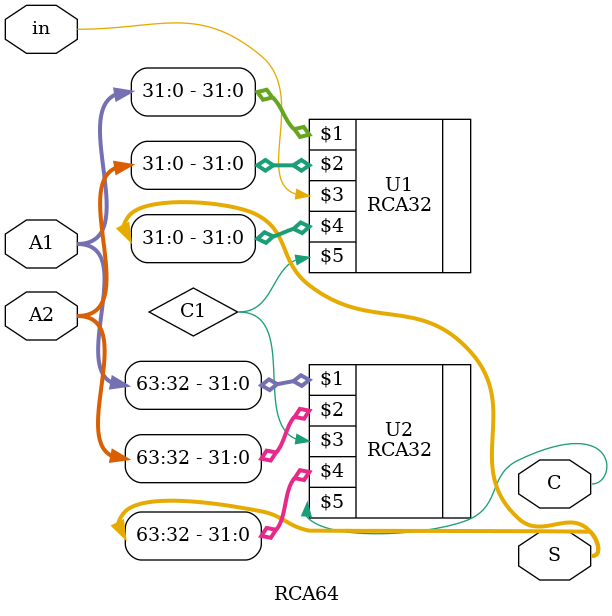
<source format=v>
`timescale 1ns / 1ps
module RCA64(A1,A2,in,S,C);
//Ripple Carry Adder
    //Inputs
    input [63:0] A1;
    input [63:0] A2;
	 input in;
    //Outputs
    output [63:0] S;
    output C;
    
    //Connecting the Full Adder Components
    wire C1;
	 RCA32 U1(A1[31:0],A2[31:0],in,S[31:0],C1);
	 RCA32 U2(A1[63:32],A2[63:32],C1,S[63:32],C);
endmodule

</source>
